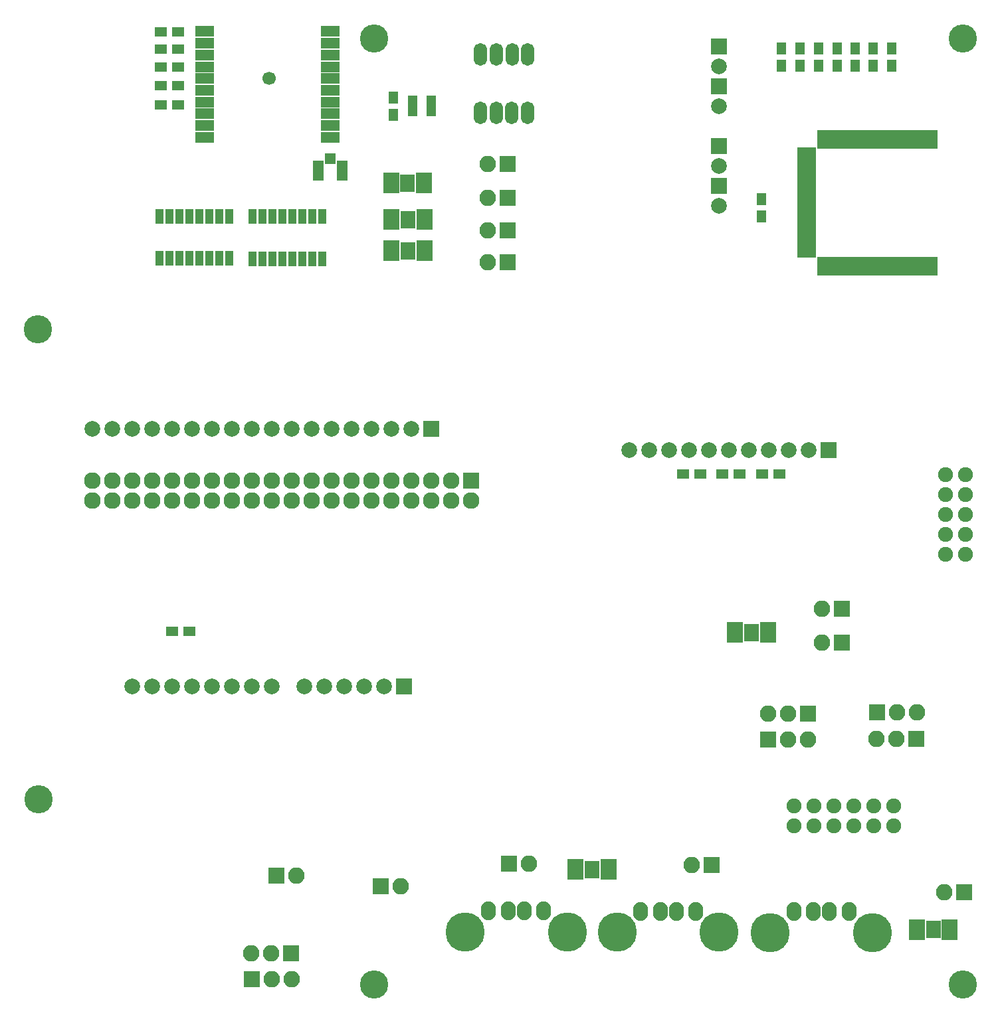
<source format=gts>
G04 #@! TF.FileFunction,Soldermask,Top*
%FSLAX46Y46*%
G04 Gerber Fmt 4.6, Leading zero omitted, Abs format (unit mm)*
G04 Created by KiCad (PCBNEW 4.0.0-rc1-stable) date 11.2.2017 10:29:53*
%MOMM*%
G01*
G04 APERTURE LIST*
%ADD10C,0.100000*%
%ADD11C,3.600000*%
%ADD12R,1.300000X1.600000*%
%ADD13R,1.600000X1.300000*%
%ADD14C,1.906220*%
%ADD15R,2.100000X2.100000*%
%ADD16O,2.100000X2.100000*%
%ADD17C,5.000000*%
%ADD18O,1.900000X2.400000*%
%ADD19R,2.400000X1.400000*%
%ADD20R,1.400000X2.400000*%
%ADD21C,2.000000*%
%ADD22R,2.000000X2.000000*%
%ADD23R,2.000000X0.800000*%
%ADD24R,1.970000X2.290000*%
%ADD25O,1.700000X2.900000*%
%ADD26R,1.200000X0.750000*%
%ADD27R,1.000000X1.950000*%
%ADD28C,1.700000*%
%ADD29R,1.400000X1.400000*%
%ADD30R,1.400000X2.600000*%
%ADD31R,2.127200X2.127200*%
%ADD32O,2.127200X2.127200*%
G04 APERTURE END LIST*
D10*
D11*
X121790460Y124650500D03*
X121790460Y4000500D03*
X46809660Y4000500D03*
X46809660Y124650500D03*
X3980180Y87596980D03*
X4051300Y27637740D03*
D12*
X96141540Y101990980D03*
X96141540Y104190980D03*
X49296320Y114957680D03*
X49296320Y117157680D03*
D13*
X86170620Y69075300D03*
X88370620Y69075300D03*
X19618780Y123268740D03*
X21818780Y123268740D03*
X19621320Y120997980D03*
X21821320Y120997980D03*
D12*
X110413800Y121155280D03*
X110413800Y123355280D03*
X105783380Y121170520D03*
X105783380Y123370520D03*
D13*
X21821320Y116220240D03*
X19621320Y116220240D03*
D14*
X113030000Y24206200D03*
X113030000Y26746200D03*
X100330000Y24206200D03*
X100330000Y26746200D03*
X102870000Y24206200D03*
X102870000Y26746200D03*
X105410000Y24206200D03*
X105410000Y26746200D03*
X107950000Y24206200D03*
X107950000Y26746200D03*
X110490000Y24206200D03*
X110490000Y26746200D03*
D15*
X63969900Y19431000D03*
D16*
X66509900Y19431000D03*
D15*
X34404300Y17907000D03*
D16*
X36944300Y17907000D03*
D15*
X89781380Y19286220D03*
D16*
X87241380Y19286220D03*
D15*
X122034300Y15773400D03*
D16*
X119494300Y15773400D03*
D15*
X63830200Y108610400D03*
D16*
X61290200Y108610400D03*
D15*
X63863220Y100197920D03*
D16*
X61323220Y100197920D03*
D15*
X63832740Y96103440D03*
D16*
X61292740Y96103440D03*
D15*
X106433620Y47622460D03*
D16*
X103893620Y47622460D03*
D15*
X106436160Y51899820D03*
D16*
X103896160Y51899820D03*
D15*
X63804800Y104368600D03*
D16*
X61264800Y104368600D03*
D13*
X21818780Y125539500D03*
X19618780Y125539500D03*
D17*
X97309800Y10596900D03*
X110309800Y10596900D03*
D18*
X107309800Y13296900D03*
X100309800Y13296900D03*
X104809800Y13296900D03*
X102809800Y13296900D03*
D17*
X77794980Y10652780D03*
X90794980Y10652780D03*
D18*
X87794980Y13352780D03*
X80794980Y13352780D03*
X85294980Y13352780D03*
X83294980Y13352780D03*
D17*
X58414780Y10718820D03*
X71414780Y10718820D03*
D18*
X68414780Y13418820D03*
X61414780Y13418820D03*
X65914780Y13418820D03*
X63914780Y13418820D03*
D15*
X47673260Y16553180D03*
D16*
X50213260Y16553180D03*
D12*
X112786160Y123355280D03*
X112786160Y121155280D03*
X108120180Y123375600D03*
X108120180Y121175600D03*
X98727260Y123380680D03*
X98727260Y121180680D03*
X103433880Y123378140D03*
X103433880Y121178140D03*
X101097080Y123378140D03*
X101097080Y121178140D03*
D13*
X91189660Y69080380D03*
X93389660Y69080380D03*
X96269660Y69080380D03*
X98469660Y69080380D03*
X19623860Y118620540D03*
X21823860Y118620540D03*
X21038640Y49014380D03*
X23238640Y49014380D03*
D19*
X101950300Y98643500D03*
X101950300Y99913500D03*
X101950300Y101183500D03*
X101950300Y102453500D03*
X101950300Y103723500D03*
X101950300Y104993500D03*
X101950300Y97373500D03*
X101950300Y106263500D03*
X101950300Y107533500D03*
X101950300Y108803500D03*
X101950300Y110073500D03*
D20*
X117970300Y95623500D03*
X116700300Y95623500D03*
X115430300Y95623500D03*
X114160300Y95623500D03*
X112890300Y95623500D03*
X111620300Y95623500D03*
X110350300Y95623500D03*
X109080300Y95623500D03*
X107810300Y95623500D03*
X106540300Y95623500D03*
X105270300Y95623500D03*
X104000300Y95623500D03*
X117970300Y111823500D03*
X116700300Y111823500D03*
X115430300Y111823500D03*
X114160300Y111823500D03*
X112890300Y111823500D03*
X111620300Y111823500D03*
X110350300Y111823500D03*
X109080300Y111823500D03*
X107810300Y111823500D03*
X106540300Y111823500D03*
X105270300Y111823500D03*
X104000300Y111823500D03*
D21*
X90741500Y103301800D03*
D22*
X90741500Y105841800D03*
D21*
X90741500Y108381800D03*
D22*
X90741500Y110921800D03*
D21*
X90741500Y116001800D03*
D22*
X90741500Y118541800D03*
D21*
X90741500Y121081800D03*
D22*
X90741500Y123621800D03*
D23*
X76702340Y19651620D03*
X76702340Y19001620D03*
X76702340Y18351620D03*
X76702340Y17701620D03*
X72502340Y17701620D03*
X72502340Y18351620D03*
X72502340Y19651620D03*
X72502340Y19001620D03*
D24*
X74602340Y18676620D03*
D14*
X119621300Y69024500D03*
X122161300Y69024500D03*
X119621300Y66484500D03*
X122161300Y66484500D03*
X119621300Y63944500D03*
X122161300Y63944500D03*
X119621300Y61404500D03*
X122161300Y61404500D03*
X119621300Y58864500D03*
X122161300Y58864500D03*
D23*
X120171900Y11985900D03*
X120171900Y11335900D03*
X120171900Y10685900D03*
X120171900Y10035900D03*
X115971900Y10035900D03*
X115971900Y10685900D03*
X115971900Y11985900D03*
X115971900Y11335900D03*
D24*
X118071900Y11010900D03*
D23*
X53179400Y107185100D03*
X53179400Y106535100D03*
X53179400Y105885100D03*
X53179400Y105235100D03*
X48979400Y105235100D03*
X48979400Y105885100D03*
X48979400Y107185100D03*
X48979400Y106535100D03*
D24*
X51079400Y106210100D03*
D25*
X66370720Y115204240D03*
X64370720Y115204240D03*
X62370720Y115204240D03*
X60370720Y115204240D03*
D26*
X51718280Y115085540D03*
X51718280Y115735540D03*
X51718280Y116385540D03*
X51718280Y117035540D03*
X54068280Y117035540D03*
X54068280Y116385540D03*
X54068280Y115085540D03*
X54068280Y115735540D03*
D25*
X66388500Y122664220D03*
X64388500Y122664220D03*
X62388500Y122664220D03*
X60388500Y122664220D03*
D22*
X104697560Y72147440D03*
D21*
X102157560Y72147440D03*
X99617560Y72147440D03*
X97077560Y72147440D03*
X94537560Y72147440D03*
X79297560Y72147440D03*
X81837560Y72147440D03*
X84377560Y72147440D03*
X86917560Y72147440D03*
X89457560Y72147440D03*
X91997560Y72147440D03*
X10909300Y74866500D03*
X13449300Y74866500D03*
X15989300Y74866500D03*
X18529300Y74866500D03*
X21069300Y74866500D03*
X23609300Y74866500D03*
X26149300Y74866500D03*
X28689300Y74866500D03*
X31229300Y74866500D03*
X33769300Y74866500D03*
X36309300Y74866500D03*
X38849300Y74866500D03*
X41389300Y74866500D03*
X43929300Y74866500D03*
X46469300Y74866500D03*
X49009300Y74866500D03*
X51549300Y74866500D03*
D22*
X54089300Y74866500D03*
D23*
X53209880Y98538940D03*
X53209880Y97888940D03*
X53209880Y97238940D03*
X53209880Y96588940D03*
X49009880Y96588940D03*
X49009880Y97238940D03*
X49009880Y98538940D03*
X49009880Y97888940D03*
D24*
X51109880Y97563940D03*
D21*
X37925900Y42011600D03*
X40465900Y42011600D03*
X43005900Y42011600D03*
X45545900Y42011600D03*
X48085900Y42011600D03*
X15975900Y42011600D03*
X18515900Y42011600D03*
X21055900Y42011600D03*
X23595900Y42011600D03*
X26135900Y42011600D03*
X28675900Y42011600D03*
X31215900Y42011600D03*
X33755900Y42011600D03*
D22*
X50625900Y42011600D03*
D27*
X31320740Y96586060D03*
X32590740Y96586060D03*
X33860740Y96586060D03*
X35130740Y96586060D03*
X31320740Y101986060D03*
X32590740Y101986060D03*
X33860740Y101986060D03*
X35130740Y101986060D03*
X40210740Y96586060D03*
X38940740Y96586060D03*
X37670740Y96586060D03*
X36400740Y96586060D03*
X40210740Y101986060D03*
X38940740Y101986060D03*
X37670740Y101986060D03*
X36400740Y101986060D03*
D23*
X97022340Y49877620D03*
X97022340Y49227620D03*
X97022340Y48577620D03*
X97022340Y47927620D03*
X92822340Y47927620D03*
X92822340Y48577620D03*
X92822340Y49877620D03*
X92822340Y49227620D03*
D24*
X94922340Y48902620D03*
D19*
X25209500Y112044800D03*
X25209500Y113544800D03*
X25209500Y115044800D03*
X25209500Y116544800D03*
X25209500Y118044800D03*
X25209500Y119544800D03*
X25209500Y121044800D03*
X25209500Y122544800D03*
X25209500Y124044800D03*
X25209500Y125544800D03*
X41209500Y125544800D03*
X41209500Y124044800D03*
X41209500Y122544800D03*
X41209500Y121044800D03*
X41209500Y119544800D03*
X41209500Y118044800D03*
X41209500Y116544800D03*
X41209500Y115044800D03*
X41209500Y113544800D03*
X41209500Y112044800D03*
D28*
X33409500Y119594800D03*
D29*
X41206420Y109289980D03*
D30*
X39706420Y107789980D03*
X42706420Y107789980D03*
D27*
X19499580Y96596220D03*
X20769580Y96596220D03*
X22039580Y96596220D03*
X23309580Y96596220D03*
X19499580Y101996220D03*
X20769580Y101996220D03*
X22039580Y101996220D03*
X23309580Y101996220D03*
X28389580Y96596220D03*
X27119580Y96596220D03*
X25849580Y96596220D03*
X24579580Y96596220D03*
X28389580Y101996220D03*
X27119580Y101996220D03*
X25849580Y101996220D03*
X24579580Y101996220D03*
D31*
X59169300Y68262500D03*
D32*
X59169300Y65722500D03*
X56629300Y68262500D03*
X56629300Y65722500D03*
X54089300Y68262500D03*
X54089300Y65722500D03*
X51549300Y68262500D03*
X51549300Y65722500D03*
X49009300Y68262500D03*
X49009300Y65722500D03*
X46469300Y68262500D03*
X46469300Y65722500D03*
X43929300Y68262500D03*
X43929300Y65722500D03*
X41389300Y68262500D03*
X41389300Y65722500D03*
X38849300Y68262500D03*
X38849300Y65722500D03*
X36309300Y68262500D03*
X36309300Y65722500D03*
X33769300Y68262500D03*
X33769300Y65722500D03*
X31229300Y68262500D03*
X31229300Y65722500D03*
X28689300Y68262500D03*
X28689300Y65722500D03*
X26149300Y68262500D03*
X26149300Y65722500D03*
X23609300Y68262500D03*
X23609300Y65722500D03*
X21069300Y68262500D03*
X21069300Y65722500D03*
X18529300Y68262500D03*
X18529300Y65722500D03*
X15989300Y68262500D03*
X15989300Y65722500D03*
X13449300Y68262500D03*
X13449300Y65722500D03*
X10909300Y68262500D03*
X10909300Y65722500D03*
D23*
X53217500Y102536900D03*
X53217500Y101886900D03*
X53217500Y101236900D03*
X53217500Y100586900D03*
X49017500Y100586900D03*
X49017500Y101236900D03*
X49017500Y102536900D03*
X49017500Y101886900D03*
D24*
X51117500Y101561900D03*
D15*
X115928140Y35295840D03*
D16*
X113388140Y35295840D03*
X110848140Y35295840D03*
D15*
X110863380Y38755320D03*
D16*
X113403380Y38755320D03*
X115943380Y38755320D03*
D15*
X102108000Y38567360D03*
D16*
X99568000Y38567360D03*
X97028000Y38567360D03*
D15*
X97058480Y35212020D03*
D16*
X99598480Y35212020D03*
X102138480Y35212020D03*
D15*
X31219140Y4655820D03*
D16*
X33759140Y4655820D03*
X36299140Y4655820D03*
D15*
X36263580Y8008620D03*
D16*
X33723580Y8008620D03*
X31183580Y8008620D03*
M02*

</source>
